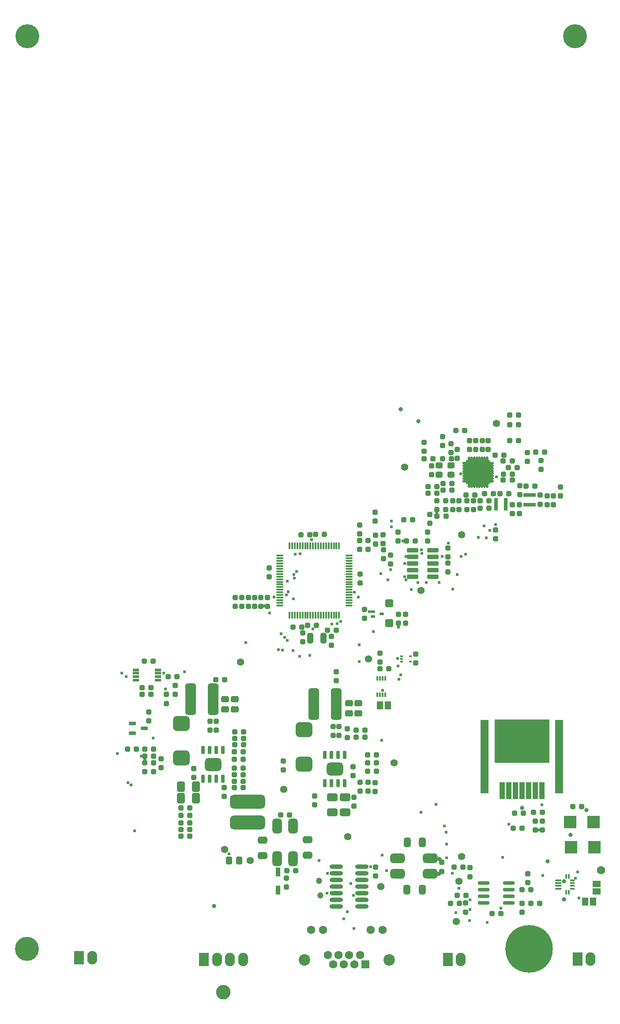
<source format=gts>
G04 Layer_Color=8388736*
%FSLAX25Y25*%
%MOIN*%
G70*
G01*
G75*
%ADD22C,0.05512*%
%ADD50C,0.06299*%
%ADD58C,0.04724*%
%ADD98C,0.02362*%
%ADD124R,0.01575X0.03740*%
%ADD125R,0.01575X0.03543*%
%ADD126R,0.03543X0.01575*%
%ADD127R,0.03740X0.01575*%
%ADD128R,0.03543X0.01394*%
%ADD129R,0.01394X0.03543*%
G04:AMPARAMS|DCode=130|XSize=15.75mil|YSize=47.24mil|CornerRadius=4.92mil|HoleSize=0mil|Usage=FLASHONLY|Rotation=90.000|XOffset=0mil|YOffset=0mil|HoleType=Round|Shape=RoundedRectangle|*
%AMROUNDEDRECTD130*
21,1,0.01575,0.03740,0,0,90.0*
21,1,0.00591,0.04724,0,0,90.0*
1,1,0.00984,0.01870,0.00295*
1,1,0.00984,0.01870,-0.00295*
1,1,0.00984,-0.01870,-0.00295*
1,1,0.00984,-0.01870,0.00295*
%
%ADD130ROUNDEDRECTD130*%
%ADD131R,0.04724X0.01575*%
%ADD132R,0.05905X0.55512*%
G04:AMPARAMS|DCode=133|XSize=45.28mil|YSize=57.09mil|CornerRadius=8.17mil|HoleSize=0mil|Usage=FLASHONLY|Rotation=90.000|XOffset=0mil|YOffset=0mil|HoleType=Round|Shape=RoundedRectangle|*
%AMROUNDEDRECTD133*
21,1,0.04528,0.04075,0,0,90.0*
21,1,0.02894,0.05709,0,0,90.0*
1,1,0.01634,0.02037,0.01447*
1,1,0.01634,0.02037,-0.01447*
1,1,0.01634,-0.02037,-0.01447*
1,1,0.01634,-0.02037,0.01447*
%
%ADD133ROUNDEDRECTD133*%
G04:AMPARAMS|DCode=134|XSize=39.37mil|YSize=39.37mil|CornerRadius=10.83mil|HoleSize=0mil|Usage=FLASHONLY|Rotation=0.000|XOffset=0mil|YOffset=0mil|HoleType=Round|Shape=RoundedRectangle|*
%AMROUNDEDRECTD134*
21,1,0.03937,0.01772,0,0,0.0*
21,1,0.01772,0.03937,0,0,0.0*
1,1,0.02165,0.00886,-0.00886*
1,1,0.02165,-0.00886,-0.00886*
1,1,0.02165,-0.00886,0.00886*
1,1,0.02165,0.00886,0.00886*
%
%ADD134ROUNDEDRECTD134*%
G04:AMPARAMS|DCode=135|XSize=39.37mil|YSize=39.37mil|CornerRadius=10.83mil|HoleSize=0mil|Usage=FLASHONLY|Rotation=90.000|XOffset=0mil|YOffset=0mil|HoleType=Round|Shape=RoundedRectangle|*
%AMROUNDEDRECTD135*
21,1,0.03937,0.01772,0,0,90.0*
21,1,0.01772,0.03937,0,0,90.0*
1,1,0.02165,0.00886,0.00886*
1,1,0.02165,0.00886,-0.00886*
1,1,0.02165,-0.00886,-0.00886*
1,1,0.02165,-0.00886,0.00886*
%
%ADD135ROUNDEDRECTD135*%
G04:AMPARAMS|DCode=136|XSize=263.78mil|YSize=104.33mil|CornerRadius=27.07mil|HoleSize=0mil|Usage=FLASHONLY|Rotation=0.000|XOffset=0mil|YOffset=0mil|HoleType=Round|Shape=RoundedRectangle|*
%AMROUNDEDRECTD136*
21,1,0.26378,0.05020,0,0,0.0*
21,1,0.20965,0.10433,0,0,0.0*
1,1,0.05413,0.10482,-0.02510*
1,1,0.05413,-0.10482,-0.02510*
1,1,0.05413,-0.10482,0.02510*
1,1,0.05413,0.10482,0.02510*
%
%ADD136ROUNDEDRECTD136*%
G04:AMPARAMS|DCode=137|XSize=76.77mil|YSize=57.09mil|CornerRadius=9.94mil|HoleSize=0mil|Usage=FLASHONLY|Rotation=90.000|XOffset=0mil|YOffset=0mil|HoleType=Round|Shape=RoundedRectangle|*
%AMROUNDEDRECTD137*
21,1,0.07677,0.03720,0,0,90.0*
21,1,0.05689,0.05709,0,0,90.0*
1,1,0.01988,0.01860,0.02845*
1,1,0.01988,0.01860,-0.02845*
1,1,0.01988,-0.01860,-0.02845*
1,1,0.01988,-0.01860,0.02845*
%
%ADD137ROUNDEDRECTD137*%
G04:AMPARAMS|DCode=138|XSize=76.77mil|YSize=57.09mil|CornerRadius=9.94mil|HoleSize=0mil|Usage=FLASHONLY|Rotation=180.000|XOffset=0mil|YOffset=0mil|HoleType=Round|Shape=RoundedRectangle|*
%AMROUNDEDRECTD138*
21,1,0.07677,0.03720,0,0,180.0*
21,1,0.05689,0.05709,0,0,180.0*
1,1,0.01988,-0.02845,0.01860*
1,1,0.01988,0.02845,0.01860*
1,1,0.01988,0.02845,-0.01860*
1,1,0.01988,-0.02845,-0.01860*
%
%ADD138ROUNDEDRECTD138*%
G04:AMPARAMS|DCode=139|XSize=125.98mil|YSize=114.17mil|CornerRadius=29.53mil|HoleSize=0mil|Usage=FLASHONLY|Rotation=0.000|XOffset=0mil|YOffset=0mil|HoleType=Round|Shape=RoundedRectangle|*
%AMROUNDEDRECTD139*
21,1,0.12598,0.05512,0,0,0.0*
21,1,0.06693,0.11417,0,0,0.0*
1,1,0.05905,0.03347,-0.02756*
1,1,0.05905,-0.03347,-0.02756*
1,1,0.05905,-0.03347,0.02756*
1,1,0.05905,0.03347,0.02756*
%
%ADD139ROUNDEDRECTD139*%
%ADD140R,0.03740X0.06693*%
G04:AMPARAMS|DCode=141|XSize=29.53mil|YSize=94.49mil|CornerRadius=8.37mil|HoleSize=0mil|Usage=FLASHONLY|Rotation=0.000|XOffset=0mil|YOffset=0mil|HoleType=Round|Shape=RoundedRectangle|*
%AMROUNDEDRECTD141*
21,1,0.02953,0.07776,0,0,0.0*
21,1,0.01279,0.09449,0,0,0.0*
1,1,0.01673,0.00640,-0.03888*
1,1,0.01673,-0.00640,-0.03888*
1,1,0.01673,-0.00640,0.03888*
1,1,0.01673,0.00640,0.03888*
%
%ADD141ROUNDEDRECTD141*%
G04:AMPARAMS|DCode=142|XSize=29.53mil|YSize=94.49mil|CornerRadius=8.37mil|HoleSize=0mil|Usage=FLASHONLY|Rotation=90.000|XOffset=0mil|YOffset=0mil|HoleType=Round|Shape=RoundedRectangle|*
%AMROUNDEDRECTD142*
21,1,0.02953,0.07776,0,0,90.0*
21,1,0.01279,0.09449,0,0,90.0*
1,1,0.01673,0.03888,0.00640*
1,1,0.01673,0.03888,-0.00640*
1,1,0.01673,-0.03888,-0.00640*
1,1,0.01673,-0.03888,0.00640*
%
%ADD142ROUNDEDRECTD142*%
G04:AMPARAMS|DCode=143|XSize=70.87mil|YSize=53.15mil|CornerRadius=14.27mil|HoleSize=0mil|Usage=FLASHONLY|Rotation=180.000|XOffset=0mil|YOffset=0mil|HoleType=Round|Shape=RoundedRectangle|*
%AMROUNDEDRECTD143*
21,1,0.07087,0.02461,0,0,180.0*
21,1,0.04232,0.05315,0,0,180.0*
1,1,0.02854,-0.02116,0.01230*
1,1,0.02854,0.02116,0.01230*
1,1,0.02854,0.02116,-0.01230*
1,1,0.02854,-0.02116,-0.01230*
%
%ADD143ROUNDEDRECTD143*%
G04:AMPARAMS|DCode=144|XSize=98.42mil|YSize=125.98mil|CornerRadius=25.59mil|HoleSize=0mil|Usage=FLASHONLY|Rotation=90.000|XOffset=0mil|YOffset=0mil|HoleType=Round|Shape=RoundedRectangle|*
%AMROUNDEDRECTD144*
21,1,0.09842,0.07480,0,0,90.0*
21,1,0.04724,0.12598,0,0,90.0*
1,1,0.05118,0.03740,0.02362*
1,1,0.05118,0.03740,-0.02362*
1,1,0.05118,-0.03740,-0.02362*
1,1,0.05118,-0.03740,0.02362*
%
%ADD144ROUNDEDRECTD144*%
G04:AMPARAMS|DCode=145|XSize=27.56mil|YSize=61.02mil|CornerRadius=7.87mil|HoleSize=0mil|Usage=FLASHONLY|Rotation=180.000|XOffset=0mil|YOffset=0mil|HoleType=Round|Shape=RoundedRectangle|*
%AMROUNDEDRECTD145*
21,1,0.02756,0.04528,0,0,180.0*
21,1,0.01181,0.06102,0,0,180.0*
1,1,0.01575,-0.00591,0.02264*
1,1,0.01575,0.00591,0.02264*
1,1,0.01575,0.00591,-0.02264*
1,1,0.01575,-0.00591,-0.02264*
%
%ADD145ROUNDEDRECTD145*%
G04:AMPARAMS|DCode=146|XSize=240.16mil|YSize=82.68mil|CornerRadius=21.65mil|HoleSize=0mil|Usage=FLASHONLY|Rotation=270.000|XOffset=0mil|YOffset=0mil|HoleType=Round|Shape=RoundedRectangle|*
%AMROUNDEDRECTD146*
21,1,0.24016,0.03937,0,0,270.0*
21,1,0.19685,0.08268,0,0,270.0*
1,1,0.04331,-0.01968,-0.09842*
1,1,0.04331,-0.01968,0.09842*
1,1,0.04331,0.01968,0.09842*
1,1,0.04331,0.01968,-0.09842*
%
%ADD146ROUNDEDRECTD146*%
G04:AMPARAMS|DCode=147|XSize=110.24mil|YSize=70.87mil|CornerRadius=18.7mil|HoleSize=0mil|Usage=FLASHONLY|Rotation=90.000|XOffset=0mil|YOffset=0mil|HoleType=Round|Shape=RoundedRectangle|*
%AMROUNDEDRECTD147*
21,1,0.11024,0.03347,0,0,90.0*
21,1,0.07283,0.07087,0,0,90.0*
1,1,0.03740,0.01673,0.03642*
1,1,0.03740,0.01673,-0.03642*
1,1,0.03740,-0.01673,-0.03642*
1,1,0.03740,-0.01673,0.03642*
%
%ADD147ROUNDEDRECTD147*%
%ADD148R,0.18110X0.18110*%
%ADD149O,0.04134X0.01968*%
%ADD150O,0.01968X0.04134*%
G04:AMPARAMS|DCode=151|XSize=47.24mil|YSize=78.74mil|CornerRadius=12.79mil|HoleSize=0mil|Usage=FLASHONLY|Rotation=0.000|XOffset=0mil|YOffset=0mil|HoleType=Round|Shape=RoundedRectangle|*
%AMROUNDEDRECTD151*
21,1,0.04724,0.05315,0,0,0.0*
21,1,0.02165,0.07874,0,0,0.0*
1,1,0.02559,0.01083,-0.02657*
1,1,0.02559,-0.01083,-0.02657*
1,1,0.02559,-0.01083,0.02657*
1,1,0.02559,0.01083,0.02657*
%
%ADD151ROUNDEDRECTD151*%
G04:AMPARAMS|DCode=152|XSize=55.12mil|YSize=45.28mil|CornerRadius=12.3mil|HoleSize=0mil|Usage=FLASHONLY|Rotation=180.000|XOffset=0mil|YOffset=0mil|HoleType=Round|Shape=RoundedRectangle|*
%AMROUNDEDRECTD152*
21,1,0.05512,0.02067,0,0,180.0*
21,1,0.03051,0.04528,0,0,180.0*
1,1,0.02461,-0.01526,0.01034*
1,1,0.02461,0.01526,0.01034*
1,1,0.02461,0.01526,-0.01034*
1,1,0.02461,-0.01526,-0.01034*
%
%ADD152ROUNDEDRECTD152*%
G04:AMPARAMS|DCode=153|XSize=29.53mil|YSize=53.15mil|CornerRadius=8.37mil|HoleSize=0mil|Usage=FLASHONLY|Rotation=90.000|XOffset=0mil|YOffset=0mil|HoleType=Round|Shape=RoundedRectangle|*
%AMROUNDEDRECTD153*
21,1,0.02953,0.03642,0,0,90.0*
21,1,0.01279,0.05315,0,0,90.0*
1,1,0.01673,0.01821,0.00640*
1,1,0.01673,0.01821,-0.00640*
1,1,0.01673,-0.01821,-0.00640*
1,1,0.01673,-0.01821,0.00640*
%
%ADD153ROUNDEDRECTD153*%
G04:AMPARAMS|DCode=154|XSize=45.28mil|YSize=57.09mil|CornerRadius=8.17mil|HoleSize=0mil|Usage=FLASHONLY|Rotation=180.000|XOffset=0mil|YOffset=0mil|HoleType=Round|Shape=RoundedRectangle|*
%AMROUNDEDRECTD154*
21,1,0.04528,0.04075,0,0,180.0*
21,1,0.02894,0.05709,0,0,180.0*
1,1,0.01634,-0.01447,0.02037*
1,1,0.01634,0.01447,0.02037*
1,1,0.01634,0.01447,-0.02037*
1,1,0.01634,-0.01447,-0.02037*
%
%ADD154ROUNDEDRECTD154*%
G04:AMPARAMS|DCode=155|XSize=86.61mil|YSize=33.47mil|CornerRadius=9.35mil|HoleSize=0mil|Usage=FLASHONLY|Rotation=0.000|XOffset=0mil|YOffset=0mil|HoleType=Round|Shape=RoundedRectangle|*
%AMROUNDEDRECTD155*
21,1,0.08661,0.01476,0,0,0.0*
21,1,0.06791,0.03347,0,0,0.0*
1,1,0.01870,0.03396,-0.00738*
1,1,0.01870,-0.03396,-0.00738*
1,1,0.01870,-0.03396,0.00738*
1,1,0.01870,0.03396,0.00738*
%
%ADD155ROUNDEDRECTD155*%
G04:AMPARAMS|DCode=156|XSize=59.05mil|YSize=59.05mil|CornerRadius=10.24mil|HoleSize=0mil|Usage=FLASHONLY|Rotation=180.000|XOffset=0mil|YOffset=0mil|HoleType=Round|Shape=RoundedRectangle|*
%AMROUNDEDRECTD156*
21,1,0.05905,0.03858,0,0,180.0*
21,1,0.03858,0.05905,0,0,180.0*
1,1,0.02047,-0.01929,0.01929*
1,1,0.02047,0.01929,0.01929*
1,1,0.02047,0.01929,-0.01929*
1,1,0.02047,-0.01929,-0.01929*
%
%ADD156ROUNDEDRECTD156*%
G04:AMPARAMS|DCode=157|XSize=21.65mil|YSize=34.45mil|CornerRadius=6.4mil|HoleSize=0mil|Usage=FLASHONLY|Rotation=90.000|XOffset=0mil|YOffset=0mil|HoleType=Round|Shape=RoundedRectangle|*
%AMROUNDEDRECTD157*
21,1,0.02165,0.02165,0,0,90.0*
21,1,0.00886,0.03445,0,0,90.0*
1,1,0.01279,0.01083,0.00443*
1,1,0.01279,0.01083,-0.00443*
1,1,0.01279,-0.01083,-0.00443*
1,1,0.01279,-0.01083,0.00443*
%
%ADD157ROUNDEDRECTD157*%
G04:AMPARAMS|DCode=158|XSize=21.65mil|YSize=49.21mil|CornerRadius=3.92mil|HoleSize=0mil|Usage=FLASHONLY|Rotation=90.000|XOffset=0mil|YOffset=0mil|HoleType=Round|Shape=RoundedRectangle|*
%AMROUNDEDRECTD158*
21,1,0.02165,0.04138,0,0,90.0*
21,1,0.01382,0.04921,0,0,90.0*
1,1,0.00783,0.02069,0.00691*
1,1,0.00783,0.02069,-0.00691*
1,1,0.00783,-0.02069,-0.00691*
1,1,0.00783,-0.02069,0.00691*
%
%ADD158ROUNDEDRECTD158*%
%ADD159O,0.10236X0.03150*%
%ADD160R,0.41732X0.33071*%
%ADD161R,0.04134X0.12992*%
G04:AMPARAMS|DCode=162|XSize=70.87mil|YSize=53.15mil|CornerRadius=14.27mil|HoleSize=0mil|Usage=FLASHONLY|Rotation=90.000|XOffset=0mil|YOffset=0mil|HoleType=Round|Shape=RoundedRectangle|*
%AMROUNDEDRECTD162*
21,1,0.07087,0.02461,0,0,90.0*
21,1,0.04232,0.05315,0,0,90.0*
1,1,0.02854,0.01230,0.02116*
1,1,0.02854,0.01230,-0.02116*
1,1,0.02854,-0.01230,-0.02116*
1,1,0.02854,-0.01230,0.02116*
%
%ADD162ROUNDEDRECTD162*%
G04:AMPARAMS|DCode=163|XSize=110.24mil|YSize=70.87mil|CornerRadius=18.7mil|HoleSize=0mil|Usage=FLASHONLY|Rotation=180.000|XOffset=0mil|YOffset=0mil|HoleType=Round|Shape=RoundedRectangle|*
%AMROUNDEDRECTD163*
21,1,0.11024,0.03347,0,0,180.0*
21,1,0.07283,0.07087,0,0,180.0*
1,1,0.03740,-0.03642,0.01673*
1,1,0.03740,0.03642,0.01673*
1,1,0.03740,0.03642,-0.01673*
1,1,0.03740,-0.03642,-0.01673*
%
%ADD163ROUNDEDRECTD163*%
%ADD164R,0.05905X0.04724*%
%ADD165O,0.09055X0.02756*%
%ADD166R,0.04724X0.05905*%
G04:AMPARAMS|DCode=167|XSize=15.75mil|YSize=19.68mil|CornerRadius=3.92mil|HoleSize=0mil|Usage=FLASHONLY|Rotation=90.000|XOffset=0mil|YOffset=0mil|HoleType=Round|Shape=RoundedRectangle|*
%AMROUNDEDRECTD167*
21,1,0.01575,0.01185,0,0,90.0*
21,1,0.00791,0.01968,0,0,90.0*
1,1,0.00783,0.00592,0.00396*
1,1,0.00783,0.00592,-0.00396*
1,1,0.00783,-0.00592,-0.00396*
1,1,0.00783,-0.00592,0.00396*
%
%ADD167ROUNDEDRECTD167*%
G04:AMPARAMS|DCode=168|XSize=15.75mil|YSize=35.43mil|CornerRadius=3.92mil|HoleSize=0mil|Usage=FLASHONLY|Rotation=180.000|XOffset=0mil|YOffset=0mil|HoleType=Round|Shape=RoundedRectangle|*
%AMROUNDEDRECTD168*
21,1,0.01575,0.02760,0,0,180.0*
21,1,0.00791,0.03543,0,0,180.0*
1,1,0.00783,-0.00396,0.01380*
1,1,0.00783,0.00396,0.01380*
1,1,0.00783,0.00396,-0.01380*
1,1,0.00783,-0.00396,-0.01380*
%
%ADD168ROUNDEDRECTD168*%
G04:AMPARAMS|DCode=169|XSize=13.78mil|YSize=53.15mil|CornerRadius=3.94mil|HoleSize=0mil|Usage=FLASHONLY|Rotation=180.000|XOffset=0mil|YOffset=0mil|HoleType=Round|Shape=RoundedRectangle|*
%AMROUNDEDRECTD169*
21,1,0.01378,0.04528,0,0,180.0*
21,1,0.00591,0.05315,0,0,180.0*
1,1,0.00787,-0.00295,0.02264*
1,1,0.00787,0.00295,0.02264*
1,1,0.00787,0.00295,-0.02264*
1,1,0.00787,-0.00295,-0.02264*
%
%ADD169ROUNDEDRECTD169*%
G04:AMPARAMS|DCode=170|XSize=13.78mil|YSize=53.15mil|CornerRadius=3.94mil|HoleSize=0mil|Usage=FLASHONLY|Rotation=90.000|XOffset=0mil|YOffset=0mil|HoleType=Round|Shape=RoundedRectangle|*
%AMROUNDEDRECTD170*
21,1,0.01378,0.04528,0,0,90.0*
21,1,0.00591,0.05315,0,0,90.0*
1,1,0.00787,0.02264,0.00295*
1,1,0.00787,0.02264,-0.00295*
1,1,0.00787,-0.02264,-0.00295*
1,1,0.00787,-0.02264,0.00295*
%
%ADD170ROUNDEDRECTD170*%
%ADD171R,0.09449X0.09449*%
%ADD172C,0.08661*%
%ADD173C,0.06312*%
%ADD174R,0.06312X0.06312*%
%ADD175C,0.18110*%
%ADD176R,0.07480X0.10236*%
%ADD177O,0.07480X0.10236*%
%ADD178C,0.00394*%
%ADD179C,0.11024*%
%ADD180C,0.35827*%
%ADD181C,0.03194*%
%ADD182C,0.02394*%
%ADD183C,0.02756*%
D22*
X442228Y351378D02*
D03*
X446249Y400442D02*
D03*
X395377Y471063D02*
D03*
X415554Y601181D02*
D03*
X360225Y415206D02*
D03*
X446263Y643110D02*
D03*
X403251Y693946D02*
D03*
X444294Y381791D02*
D03*
X385240Y377559D02*
D03*
X267214Y405658D02*
D03*
X472543Y727067D02*
D03*
X375974Y549359D02*
D03*
X311899Y451130D02*
D03*
X279320Y547094D02*
D03*
X286762Y397370D02*
D03*
D50*
X551775Y390158D02*
D03*
D58*
X338783Y382185D02*
D03*
X339570Y370866D02*
D03*
D98*
X262982Y471996D02*
D03*
Y467665D02*
D03*
X254320Y471996D02*
D03*
Y467665D02*
D03*
X258651D02*
D03*
Y471996D02*
D03*
X346249Y464122D02*
D03*
Y468453D02*
D03*
X350580Y464122D02*
D03*
Y468453D02*
D03*
X354911Y464122D02*
D03*
Y468453D02*
D03*
D124*
X525397Y385236D02*
D03*
Y373524D02*
D03*
D125*
X527464Y385236D02*
D03*
D126*
X530121Y382382D02*
D03*
D127*
Y380315D02*
D03*
Y378248D02*
D03*
D128*
Y376181D02*
D03*
D129*
X527464Y373524D02*
D03*
D130*
X519491Y382382D02*
D03*
D131*
Y380315D02*
D03*
Y378248D02*
D03*
Y376181D02*
D03*
D132*
X519983Y475787D02*
D03*
X463783D02*
D03*
D133*
X361223Y508367D02*
D03*
Y516044D02*
D03*
X275186Y511466D02*
D03*
Y519143D02*
D03*
X267706Y511367D02*
D03*
Y519044D02*
D03*
X368296Y508512D02*
D03*
Y516189D02*
D03*
D134*
X537110Y437992D02*
D03*
X530417D02*
D03*
X318999Y573524D02*
D03*
X325692D02*
D03*
X440653Y392322D02*
D03*
X447345D02*
D03*
X484551Y698670D02*
D03*
X477858D02*
D03*
X488291Y693847D02*
D03*
X481598D02*
D03*
X234438Y436957D02*
D03*
X241131D02*
D03*
X316426Y431543D02*
D03*
X309733D02*
D03*
X281387Y479378D02*
D03*
X274694D02*
D03*
X281387Y462055D02*
D03*
X274694D02*
D03*
X382076Y477015D02*
D03*
X375383D02*
D03*
X375384Y464811D02*
D03*
X382077D02*
D03*
X281682Y489516D02*
D03*
X274989D02*
D03*
X373415Y490303D02*
D03*
X366722D02*
D03*
X344885Y570965D02*
D03*
X351578D02*
D03*
X331795Y643110D02*
D03*
X325102D02*
D03*
X432090Y700245D02*
D03*
X438783D02*
D03*
X432413Y681652D02*
D03*
X439106D02*
D03*
X421067Y674359D02*
D03*
X427760D02*
D03*
X421067Y679280D02*
D03*
X427760D02*
D03*
X432386Y676820D02*
D03*
X439079D02*
D03*
X467129Y662950D02*
D03*
X460436D02*
D03*
X467129Y668847D02*
D03*
X460436D02*
D03*
X475299Y673867D02*
D03*
X481992D02*
D03*
X463783Y673965D02*
D03*
X470476D02*
D03*
X484551Y684202D02*
D03*
X477858D02*
D03*
X484649Y688827D02*
D03*
X477956D02*
D03*
X501775Y679673D02*
D03*
X495082D02*
D03*
X434551Y656937D02*
D03*
X427858D02*
D03*
X478448Y703099D02*
D03*
X471755D02*
D03*
X281584Y494339D02*
D03*
X274891D02*
D03*
X274891Y484594D02*
D03*
X281584D02*
D03*
X373279Y495737D02*
D03*
X366586D02*
D03*
X375383Y471110D02*
D03*
X382076D02*
D03*
X281387Y452212D02*
D03*
X274694D02*
D03*
X274694Y457035D02*
D03*
X281387D02*
D03*
X267312Y533610D02*
D03*
X260619D02*
D03*
X418114Y700343D02*
D03*
X424807D02*
D03*
X449807Y673178D02*
D03*
X456500D02*
D03*
X485239Y421555D02*
D03*
X491932D02*
D03*
X489471Y713977D02*
D03*
X482778D02*
D03*
X404826Y638484D02*
D03*
X411519D02*
D03*
X402562Y654429D02*
D03*
X409255D02*
D03*
X280403Y595815D02*
D03*
Y589122D02*
D03*
X457189Y707331D02*
D03*
Y714024D02*
D03*
X427858Y668749D02*
D03*
Y662056D02*
D03*
X314458Y389615D02*
D03*
X321150D02*
D03*
X204910Y522784D02*
D03*
X211603D02*
D03*
X234438Y415599D02*
D03*
X241131D02*
D03*
X234438Y420619D02*
D03*
X241131D02*
D03*
X234438Y425835D02*
D03*
X241131D02*
D03*
X234438Y431249D02*
D03*
X241131D02*
D03*
X448822Y721702D02*
D03*
X442130D02*
D03*
X509157Y705315D02*
D03*
X502464D02*
D03*
X213670Y476032D02*
D03*
X206978D02*
D03*
X207076Y481249D02*
D03*
X213769D02*
D03*
X443099Y371111D02*
D03*
X449792D02*
D03*
X206682Y547686D02*
D03*
X213375D02*
D03*
X224609Y535925D02*
D03*
X231302D02*
D03*
X204910Y527706D02*
D03*
X211603D02*
D03*
X489274Y725985D02*
D03*
X482581D02*
D03*
X489471Y733367D02*
D03*
X482778D02*
D03*
X493015Y433071D02*
D03*
X486322D02*
D03*
X505417Y365158D02*
D03*
X498724D02*
D03*
X500791Y433760D02*
D03*
X507483D02*
D03*
X498625Y375197D02*
D03*
X491932D02*
D03*
X476086Y357382D02*
D03*
X469393D02*
D03*
X342818Y643209D02*
D03*
X336125D02*
D03*
X329924Y574606D02*
D03*
X336617D02*
D03*
X384551Y541929D02*
D03*
X391244D02*
D03*
D135*
X369688Y606595D02*
D03*
Y613287D02*
D03*
X300987Y611221D02*
D03*
Y617914D02*
D03*
X443114Y700540D02*
D03*
X438487Y705166D02*
D03*
X443114Y707233D02*
D03*
X438487Y711859D02*
D03*
X490357Y673473D02*
D03*
Y680166D02*
D03*
X515653Y665796D02*
D03*
Y672489D02*
D03*
X452647Y391879D02*
D03*
Y385186D02*
D03*
X375777Y456248D02*
D03*
Y449555D02*
D03*
X267017Y452410D02*
D03*
Y445717D02*
D03*
X375791Y632087D02*
D03*
Y638779D02*
D03*
X369491Y632087D02*
D03*
Y638779D02*
D03*
X381499Y636024D02*
D03*
Y642717D02*
D03*
X369491Y650492D02*
D03*
Y643799D02*
D03*
X398527Y645177D02*
D03*
Y638484D02*
D03*
X381007Y659941D02*
D03*
Y653248D02*
D03*
X422247Y651673D02*
D03*
Y658366D02*
D03*
X431992Y710382D02*
D03*
Y717075D02*
D03*
X452365Y714123D02*
D03*
Y707430D02*
D03*
X392818Y627559D02*
D03*
Y620866D02*
D03*
X219380Y473964D02*
D03*
Y467271D02*
D03*
X335521Y446011D02*
D03*
Y439318D02*
D03*
X314064Y377410D02*
D03*
Y384103D02*
D03*
X281388Y473767D02*
D03*
Y467074D02*
D03*
X311801Y472488D02*
D03*
Y465795D02*
D03*
X364360Y468157D02*
D03*
Y461464D02*
D03*
X244084Y466582D02*
D03*
Y459889D02*
D03*
X256486Y495815D02*
D03*
Y502508D02*
D03*
X260915Y495815D02*
D03*
Y502508D02*
D03*
X349314Y491831D02*
D03*
Y498524D02*
D03*
X353743Y491831D02*
D03*
Y498524D02*
D03*
X275384Y595716D02*
D03*
Y589023D02*
D03*
X285325Y595815D02*
D03*
Y589121D02*
D03*
X289944Y595815D02*
D03*
Y589122D02*
D03*
X299558Y595815D02*
D03*
Y589122D02*
D03*
X326381Y569095D02*
D03*
Y562402D02*
D03*
X348035Y566339D02*
D03*
Y559646D02*
D03*
X423724Y695028D02*
D03*
Y688335D02*
D03*
X461913Y714122D02*
D03*
Y707429D02*
D03*
X466539Y714122D02*
D03*
Y707429D02*
D03*
X450495Y662056D02*
D03*
Y668749D02*
D03*
X439768Y662056D02*
D03*
Y668749D02*
D03*
X444293Y662155D02*
D03*
Y668848D02*
D03*
X455219Y662056D02*
D03*
Y668749D02*
D03*
X490062Y659005D02*
D03*
Y665698D02*
D03*
X484747Y659005D02*
D03*
Y665698D02*
D03*
X505810Y666190D02*
D03*
Y672883D02*
D03*
X511027Y665698D02*
D03*
Y672391D02*
D03*
X496165Y704969D02*
D03*
Y698276D02*
D03*
X434452Y662056D02*
D03*
Y668749D02*
D03*
X274694Y467075D02*
D03*
Y473768D02*
D03*
X369675Y449555D02*
D03*
Y456248D02*
D03*
X381190Y456149D02*
D03*
Y449457D02*
D03*
X520968Y679083D02*
D03*
Y672390D02*
D03*
X506303Y699162D02*
D03*
Y692469D02*
D03*
X418015Y706150D02*
D03*
Y712843D02*
D03*
X381499Y392422D02*
D03*
Y385729D02*
D03*
X206978Y464319D02*
D03*
Y471012D02*
D03*
X213769Y464221D02*
D03*
Y470914D02*
D03*
X449398Y365206D02*
D03*
Y358513D02*
D03*
X223527Y522540D02*
D03*
Y515847D02*
D03*
X230009Y522784D02*
D03*
Y529477D02*
D03*
X294773Y589123D02*
D03*
Y595816D02*
D03*
X364950Y445127D02*
D03*
Y438434D02*
D03*
X403926Y582922D02*
D03*
Y576229D02*
D03*
X194084Y481249D02*
D03*
X200777D02*
D03*
X444773Y365107D02*
D03*
X438080D02*
D03*
X359930Y489910D02*
D03*
Y496603D02*
D03*
X398808Y576229D02*
D03*
Y582922D02*
D03*
X373119Y579871D02*
D03*
Y586564D02*
D03*
X387306Y624902D02*
D03*
Y631595D02*
D03*
X496263Y387402D02*
D03*
Y380709D02*
D03*
X502070Y420276D02*
D03*
Y426968D02*
D03*
X507483Y427067D02*
D03*
Y420374D02*
D03*
X491932Y358465D02*
D03*
Y365158D02*
D03*
X431400Y395866D02*
D03*
Y389174D02*
D03*
X411618Y553149D02*
D03*
Y546456D02*
D03*
X436027Y621850D02*
D03*
Y615157D02*
D03*
X436027Y626476D02*
D03*
Y633169D02*
D03*
X384550Y553839D02*
D03*
Y547146D02*
D03*
X387011Y636221D02*
D03*
Y642913D02*
D03*
X471952Y639961D02*
D03*
Y646654D02*
D03*
X351564Y539811D02*
D03*
Y533118D02*
D03*
X210029Y502804D02*
D03*
Y509497D02*
D03*
X420673Y638433D02*
D03*
Y645126D02*
D03*
D136*
X284832Y426031D02*
D03*
Y441582D02*
D03*
D137*
X245561Y453000D02*
D03*
X234340D02*
D03*
X245561Y444240D02*
D03*
X234340D02*
D03*
D138*
X358356Y444929D02*
D03*
Y433708D02*
D03*
X348612Y444929D02*
D03*
Y433708D02*
D03*
D139*
X234635Y474653D02*
D03*
Y500638D02*
D03*
X327253Y496110D02*
D03*
Y470126D02*
D03*
D140*
X307666Y375147D02*
D03*
Y388532D02*
D03*
D141*
X472444Y665894D02*
D03*
X479728D02*
D03*
D142*
X497838Y665697D02*
D03*
Y672981D02*
D03*
D143*
X296151Y412744D02*
D03*
Y401130D02*
D03*
X329911Y413138D02*
D03*
Y401523D02*
D03*
D144*
X258651Y469831D02*
D03*
X350580Y466287D02*
D03*
D145*
X266151Y480559D02*
D03*
X261151D02*
D03*
X256151D02*
D03*
X251151D02*
D03*
X266151Y459102D02*
D03*
X261151D02*
D03*
X256151D02*
D03*
X251151D02*
D03*
X343080Y455559D02*
D03*
X348080D02*
D03*
X353080D02*
D03*
X358080D02*
D03*
X343080Y477016D02*
D03*
X348080D02*
D03*
X353080D02*
D03*
X358080D02*
D03*
D146*
X258749Y518945D02*
D03*
X241820D02*
D03*
X351564Y515500D02*
D03*
X334635D02*
D03*
D147*
X307076Y398571D02*
D03*
X318887D02*
D03*
Y423374D02*
D03*
X307076D02*
D03*
D148*
X458862Y690205D02*
D03*
D149*
X449019Y683316D02*
D03*
Y685284D02*
D03*
Y687253D02*
D03*
Y689221D02*
D03*
Y691189D02*
D03*
Y693158D02*
D03*
Y695126D02*
D03*
Y697095D02*
D03*
X468704D02*
D03*
Y695126D02*
D03*
Y693158D02*
D03*
Y691189D02*
D03*
Y689221D02*
D03*
Y687253D02*
D03*
Y685284D02*
D03*
Y683316D02*
D03*
D150*
X451972Y700048D02*
D03*
X453940D02*
D03*
X455909D02*
D03*
X457877D02*
D03*
X459846D02*
D03*
X461814D02*
D03*
X463783D02*
D03*
X465752D02*
D03*
Y680363D02*
D03*
X463783D02*
D03*
X461814D02*
D03*
X459846D02*
D03*
X457877D02*
D03*
X455909D02*
D03*
X453940D02*
D03*
X451972D02*
D03*
D151*
X332090Y564961D02*
D03*
X341932D02*
D03*
D152*
X438389Y695520D02*
D03*
X429334D02*
D03*
Y688237D02*
D03*
X438389D02*
D03*
D153*
X197824Y500737D02*
D03*
Y493257D02*
D03*
X206682Y496997D02*
D03*
D154*
X278237Y397391D02*
D03*
X270560D02*
D03*
D155*
X424820Y631471D02*
D03*
Y621471D02*
D03*
Y626471D02*
D03*
Y616471D02*
D03*
Y611471D02*
D03*
X409466Y631471D02*
D03*
Y626471D02*
D03*
Y616471D02*
D03*
Y621471D02*
D03*
Y611471D02*
D03*
D156*
X391623Y591387D02*
D03*
Y576426D02*
D03*
D157*
X385914Y583217D02*
D03*
X379222Y581249D02*
D03*
Y585186D02*
D03*
D158*
X217115Y533414D02*
D03*
Y535973D02*
D03*
Y538532D02*
D03*
Y541091D02*
D03*
X200383Y533414D02*
D03*
Y535973D02*
D03*
Y538532D02*
D03*
Y541091D02*
D03*
D159*
X351775Y392618D02*
D03*
Y387618D02*
D03*
Y382618D02*
D03*
Y377618D02*
D03*
Y372618D02*
D03*
Y367618D02*
D03*
Y362618D02*
D03*
X371066Y392618D02*
D03*
Y387618D02*
D03*
Y382618D02*
D03*
Y377618D02*
D03*
Y372618D02*
D03*
Y367618D02*
D03*
Y362618D02*
D03*
D160*
X491972Y487284D02*
D03*
D161*
X506972Y450079D02*
D03*
X501972D02*
D03*
X496972D02*
D03*
X491972D02*
D03*
X486972D02*
D03*
X481972D02*
D03*
X476972D02*
D03*
D162*
X416736Y375295D02*
D03*
X405121D02*
D03*
X416834Y411122D02*
D03*
X405220D02*
D03*
D163*
X422739Y399114D02*
D03*
Y387303D02*
D03*
X397936D02*
D03*
Y399114D02*
D03*
D164*
X548232Y379823D02*
D03*
Y373917D02*
D03*
D165*
X482076Y365284D02*
D03*
Y370284D02*
D03*
Y375284D02*
D03*
Y380284D02*
D03*
X463178Y365284D02*
D03*
Y370284D02*
D03*
Y375284D02*
D03*
Y380284D02*
D03*
D166*
X390751Y514272D02*
D03*
X384846D02*
D03*
X539865Y366339D02*
D03*
X545771D02*
D03*
D167*
X407582Y551378D02*
D03*
Y547441D02*
D03*
X400889D02*
D03*
Y549409D02*
D03*
Y551378D02*
D03*
D168*
X382779Y522244D02*
D03*
X384747D02*
D03*
X386716D02*
D03*
X388684D02*
D03*
X382779Y534842D02*
D03*
X384747D02*
D03*
X386716D02*
D03*
X388684D02*
D03*
D169*
X316427Y582429D02*
D03*
X318395D02*
D03*
X320364D02*
D03*
X322332D02*
D03*
X324301D02*
D03*
X326269D02*
D03*
X328238D02*
D03*
X330206D02*
D03*
X332175D02*
D03*
X334143D02*
D03*
X336112D02*
D03*
X338080D02*
D03*
X340049D02*
D03*
X342017D02*
D03*
X343986D02*
D03*
X345954D02*
D03*
X347923D02*
D03*
X349891D02*
D03*
X351860D02*
D03*
X353828D02*
D03*
Y634594D02*
D03*
X351860D02*
D03*
X349891D02*
D03*
X347923D02*
D03*
X345954D02*
D03*
X343986D02*
D03*
X342017D02*
D03*
X340049D02*
D03*
X338080D02*
D03*
X336112D02*
D03*
X334143D02*
D03*
X332175D02*
D03*
X330206D02*
D03*
X328238D02*
D03*
X326269D02*
D03*
X324301D02*
D03*
X322332D02*
D03*
X320364D02*
D03*
X318395D02*
D03*
X316427D02*
D03*
D170*
X361210Y589811D02*
D03*
Y591779D02*
D03*
Y593748D02*
D03*
Y595716D02*
D03*
Y597685D02*
D03*
Y599653D02*
D03*
Y601622D02*
D03*
Y603590D02*
D03*
Y605559D02*
D03*
Y607527D02*
D03*
Y609496D02*
D03*
Y611464D02*
D03*
Y613433D02*
D03*
Y615401D02*
D03*
Y617370D02*
D03*
Y619338D02*
D03*
Y621307D02*
D03*
Y623275D02*
D03*
Y625244D02*
D03*
Y627212D02*
D03*
X309045D02*
D03*
Y625244D02*
D03*
Y623275D02*
D03*
Y621307D02*
D03*
Y619338D02*
D03*
Y617370D02*
D03*
Y615401D02*
D03*
Y613433D02*
D03*
Y611464D02*
D03*
Y609496D02*
D03*
Y607527D02*
D03*
Y605559D02*
D03*
Y603590D02*
D03*
Y601622D02*
D03*
Y599653D02*
D03*
Y597685D02*
D03*
Y595716D02*
D03*
Y593748D02*
D03*
Y591779D02*
D03*
Y589811D02*
D03*
D171*
X546066Y426279D02*
D03*
X528350D02*
D03*
X529039Y407480D02*
D03*
X546755D02*
D03*
D172*
X327542Y322480D02*
D03*
X391558D02*
D03*
D173*
X386558Y345000D02*
D03*
X332542D02*
D03*
X341558D02*
D03*
X377542D02*
D03*
X345456Y325984D02*
D03*
X349472Y318976D02*
D03*
X353487Y325984D02*
D03*
X357503Y318976D02*
D03*
X361519Y325984D02*
D03*
X365535Y318976D02*
D03*
X369550Y325984D02*
D03*
D174*
X373566Y318976D02*
D03*
D175*
X531893Y1018898D02*
D03*
X118507D02*
D03*
X117917Y330807D02*
D03*
D176*
X157385Y324016D02*
D03*
X435928Y322835D02*
D03*
X251775D02*
D03*
X533960Y323031D02*
D03*
D177*
X167228Y324016D02*
D03*
X445771Y322835D02*
D03*
X261617D02*
D03*
X271460D02*
D03*
X281302D02*
D03*
X543802Y323031D02*
D03*
D178*
X162385Y298516D02*
D03*
X440928Y297335D02*
D03*
X538960Y297532D02*
D03*
D179*
X266539Y297933D02*
D03*
D180*
X497346Y330610D02*
D03*
D181*
X523822Y368012D02*
D03*
X523625Y381693D02*
D03*
X528546Y416536D02*
D03*
X400397Y737795D02*
D03*
X413684Y728543D02*
D03*
X511420Y396555D02*
D03*
X429432Y387500D02*
D03*
X429629Y398327D02*
D03*
X540653Y435433D02*
D03*
X491972Y437008D02*
D03*
X259255Y362992D02*
D03*
D182*
X534058Y388799D02*
D03*
X532365Y384154D02*
D03*
X507779Y385925D02*
D03*
X477365Y399705D02*
D03*
X439428Y387763D02*
D03*
X389865Y389665D02*
D03*
X386519Y401523D02*
D03*
X399117Y533957D02*
D03*
X368409Y596063D02*
D03*
X376662Y585186D02*
D03*
X535043Y369193D02*
D03*
X338854Y397370D02*
D03*
X401972Y638484D02*
D03*
X297346Y589272D02*
D03*
X304743Y596177D02*
D03*
X348282Y575568D02*
D03*
X463437Y649851D02*
D03*
X313881Y597835D02*
D03*
X307976Y556201D02*
D03*
X311027Y555905D02*
D03*
X315209Y600175D02*
D03*
X237095Y539812D02*
D03*
X283454Y561859D02*
D03*
X445762Y689112D02*
D03*
X270560Y402312D02*
D03*
X213375Y489812D02*
D03*
X398710Y573276D02*
D03*
X301495Y583906D02*
D03*
X452745Y367568D02*
D03*
X452647Y360481D02*
D03*
X392720Y616831D02*
D03*
X403251Y611516D02*
D03*
X385239Y613681D02*
D03*
X404236Y626575D02*
D03*
X431598D02*
D03*
X404334Y608957D02*
D03*
X344984Y387697D02*
D03*
X481972Y424823D02*
D03*
X504826Y420374D02*
D03*
X357484Y353248D02*
D03*
X362572Y379990D02*
D03*
X364570Y371063D02*
D03*
X359944Y358661D02*
D03*
X365161Y345965D02*
D03*
X344688Y372638D02*
D03*
X186407Y478099D02*
D03*
X204223Y476008D02*
D03*
X206978Y473572D02*
D03*
X355023Y577756D02*
D03*
X352267Y575886D02*
D03*
X506972Y439488D02*
D03*
X368999Y560138D02*
D03*
Y547441D02*
D03*
X331598Y551968D02*
D03*
X398330Y543996D02*
D03*
X323970Y551230D02*
D03*
X400299Y537402D02*
D03*
X415850Y433760D02*
D03*
X433271Y423425D02*
D03*
X319491Y594685D02*
D03*
X472697Y686794D02*
D03*
X471952Y650591D02*
D03*
X467769Y646408D02*
D03*
X365357Y599606D02*
D03*
X390751Y608957D02*
D03*
X403350Y621358D02*
D03*
X416440Y629035D02*
D03*
X393507Y653248D02*
D03*
X446066Y626673D02*
D03*
X458960Y641043D02*
D03*
X449314Y628248D02*
D03*
X413291Y607185D02*
D03*
X429517Y606904D02*
D03*
X408369Y601772D02*
D03*
X419787Y607087D02*
D03*
X464964Y640699D02*
D03*
X222543Y526575D02*
D03*
X193113Y535973D02*
D03*
X189767Y538532D02*
D03*
X196854Y454528D02*
D03*
X194393Y456004D02*
D03*
X199413Y419783D02*
D03*
X379728Y569980D02*
D03*
X439767Y602067D02*
D03*
X426972Y439567D02*
D03*
X320771Y628248D02*
D03*
X324511Y628642D02*
D03*
X321854Y615354D02*
D03*
X319737Y613069D02*
D03*
X320152Y610433D02*
D03*
X314570Y607874D02*
D03*
X393212Y649114D02*
D03*
X333172Y639272D02*
D03*
X435043Y409842D02*
D03*
X434747Y418701D02*
D03*
X334157Y572146D02*
D03*
X444491Y376279D02*
D03*
X386125Y487992D02*
D03*
X318901Y555610D02*
D03*
X314767Y563386D02*
D03*
X435141Y399508D02*
D03*
X427857Y659547D02*
D03*
X397989Y549681D02*
D03*
X443015Y613189D02*
D03*
X309944Y568209D02*
D03*
X312700Y565650D02*
D03*
X386716Y525787D02*
D03*
X436420Y636811D02*
D03*
X377857Y392618D02*
D03*
X221209Y538558D02*
D03*
X416145Y631791D02*
D03*
X442115Y357874D02*
D03*
X452365Y351969D02*
D03*
X465751Y350787D02*
D03*
X476184Y361221D02*
D03*
D183*
X462503Y685776D02*
D03*
Y693847D02*
D03*
X455023D02*
D03*
X458763Y689812D02*
D03*
X454925Y685678D02*
D03*
M02*

</source>
